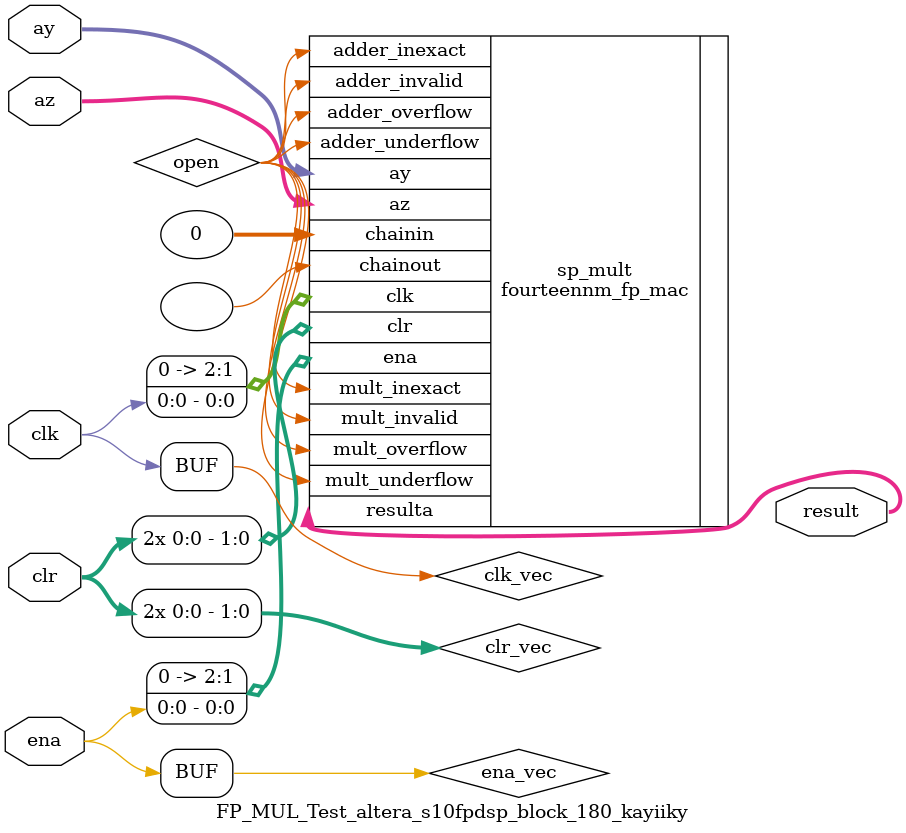
<source format=sv>
module FP_MUL_Test_altera_s10fpdsp_block_180_kayiiky  (
    input  wire                          clk,
    input  wire                          ena,
    input  wire                          clr,
    input  wire [31:0]                   ay,
    input  wire [31:0]                   az,
    output wire [31:0]                   result

	);
    wire [1-1:0] clk_vec;
    wire [1-1:0] ena_vec;
    wire [1:0]                   clr_vec;
    assign clk_vec[0] = clk;
    assign ena_vec[0] = ena;
    assign clr_vec[1] = clr;
    assign clr_vec[0] = clr;
fourteennm_fp_mac  #(
    .accumulate_clock("NONE"),
    .ax_clock("NONE"),
    .ay_clock("0"),
    .az_clock("0"),
    .accum_pipeline_clock("NONE"),
    .ax_chainin_pl_clock("NONE"),
    .mult_pipeline_clock("0"),
    .accum_2nd_pipeline_clock("NONE"),
    .ax_chainin_2nd_pl_clock("NONE"),
    .mult_2nd_pipeline_clock("0"),
    .accum_adder_clock("NONE"),
    .adder_input_clock("NONE"),
    .output_clock("0"),
    .clear_type("sclr"),
    .use_chainin("false"),
    .operation_mode("sp_mult"),
    .adder_subtract("false")
) sp_mult (
    .clk({1'b0,1'b0,clk_vec[0]}),
    .ena({1'b0,1'b0,ena_vec[0]}),
    .clr(clr_vec),
    .ay(ay),
    .az(az),

    .chainin(32'b0),
    .resulta(result),
    .mult_overflow (open),
    .mult_underflow(open),
    .mult_invalid  (open),
    .mult_inexact  (open),
    .adder_overflow (open),
    .adder_underflow(open),
    .adder_invalid  (open),
    .adder_inexact  (open),
    .chainout()
);
endmodule


</source>
